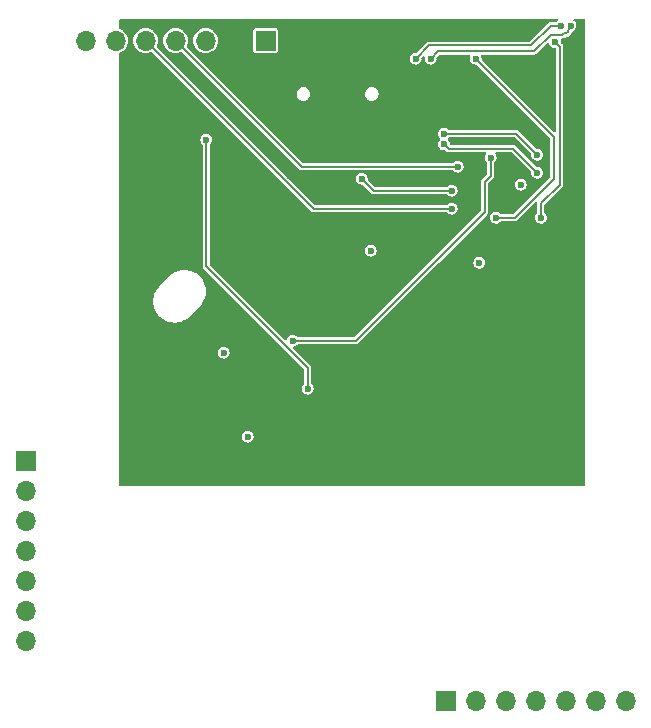
<source format=gbl>
G04 #@! TF.GenerationSoftware,KiCad,Pcbnew,(6.0.9)*
G04 #@! TF.CreationDate,2024-05-06T14:48:15+09:00*
G04 #@! TF.ProjectId,CommunicationBoard,436f6d6d-756e-4696-9361-74696f6e426f,rev?*
G04 #@! TF.SameCoordinates,PX8a48640PY5f5e100*
G04 #@! TF.FileFunction,Copper,L4,Bot*
G04 #@! TF.FilePolarity,Positive*
%FSLAX46Y46*%
G04 Gerber Fmt 4.6, Leading zero omitted, Abs format (unit mm)*
G04 Created by KiCad (PCBNEW (6.0.9)) date 2024-05-06 14:48:15*
%MOMM*%
%LPD*%
G01*
G04 APERTURE LIST*
G04 #@! TA.AperFunction,ComponentPad*
%ADD10R,1.700000X1.700000*%
G04 #@! TD*
G04 #@! TA.AperFunction,ComponentPad*
%ADD11O,1.700000X1.700000*%
G04 #@! TD*
G04 #@! TA.AperFunction,ComponentPad*
%ADD12O,1.000000X1.800000*%
G04 #@! TD*
G04 #@! TA.AperFunction,ComponentPad*
%ADD13O,1.000000X2.100000*%
G04 #@! TD*
G04 #@! TA.AperFunction,ViaPad*
%ADD14C,0.600000*%
G04 #@! TD*
G04 #@! TA.AperFunction,Conductor*
%ADD15C,0.200000*%
G04 #@! TD*
G04 APERTURE END LIST*
D10*
X-27940000Y-7620000D03*
D11*
X-27940000Y-10160000D03*
X-27940000Y-12700000D03*
X-27940000Y-15240000D03*
X-27940000Y-17780000D03*
X-27940000Y-20320000D03*
X-27940000Y-22860000D03*
D10*
X7620000Y-27940000D03*
D11*
X10160000Y-27940000D03*
X12700000Y-27940000D03*
X15240000Y-27940000D03*
X17780000Y-27940000D03*
X20320000Y-27940000D03*
X22860000Y-27940000D03*
D12*
X2796000Y27102000D03*
D13*
X-5844000Y22922000D03*
X2796000Y22922000D03*
D12*
X-5844000Y27102000D03*
D10*
X-7620000Y27940000D03*
D11*
X-10160000Y27940000D03*
X-12700000Y27940000D03*
X-15240000Y27940000D03*
X-17780000Y27940000D03*
X-20320000Y27940000D03*
X-22860000Y27940000D03*
D14*
X10795000Y19431000D03*
X19050000Y11430000D03*
X-10668000Y17653000D03*
X-19050000Y29210000D03*
X-2032000Y11176000D03*
X1270000Y-8890000D03*
X19050000Y19050000D03*
X-11430000Y-3810000D03*
X-7620000Y25400000D03*
X13970000Y-3810000D03*
X5765800Y21437600D03*
X1270000Y29210000D03*
X1905000Y14478000D03*
X3810000Y-8890000D03*
X13970000Y1270000D03*
X18000000Y24100000D03*
X11811000Y26416000D03*
X19050000Y-3810000D03*
X13850000Y24100000D03*
X16510000Y-8890000D03*
X3810000Y29210000D03*
X3810000Y1270000D03*
X11430000Y20828000D03*
X6350000Y-8890000D03*
X3810000Y-3810000D03*
X-14000000Y10000000D03*
X5080000Y6350000D03*
X-14808200Y15494000D03*
X-16000000Y14000000D03*
X-8636000Y22352000D03*
X-10414000Y15494000D03*
X254000Y26162000D03*
X-11000000Y10000000D03*
X15925000Y21800000D03*
X-19685000Y1270000D03*
X10287000Y16764000D03*
X-19685000Y-3810000D03*
X-8128000Y1778000D03*
X-254000Y11938000D03*
X508000Y19050000D03*
X19050000Y-8890000D03*
X19050000Y29210000D03*
X-14986000Y26416000D03*
X8890000Y-8890000D03*
X6350000Y25400000D03*
X13462000Y13970000D03*
X-1905000Y20701000D03*
X-1270000Y-8890000D03*
X19050000Y8890000D03*
X-19685000Y16510000D03*
X-13716000Y22860000D03*
X-12573000Y24003000D03*
X-13970000Y-1270000D03*
X-3048000Y1270000D03*
X-14732000Y19558000D03*
X4826000Y19050000D03*
X10922000Y7747000D03*
X19050000Y3810000D03*
X12446000Y17526000D03*
X19050000Y16510000D03*
X6985000Y8636000D03*
X-19685000Y8890000D03*
X-7620000Y-1270000D03*
X-6350000Y-8890000D03*
X-17272000Y26416000D03*
X8890000Y-3810000D03*
X18034000Y19050000D03*
X5207000Y8636000D03*
X-11000000Y14000000D03*
X-19685000Y-6350000D03*
X-5334000Y16764000D03*
X-16510000Y-3810000D03*
X2286000Y21082000D03*
X-8382000Y26162000D03*
X11430000Y-8890000D03*
X11252200Y10947400D03*
X13462000Y8890000D03*
X-7620000Y26162000D03*
X-16510000Y-8890000D03*
X15925000Y24100000D03*
X13462000Y12192000D03*
X19050000Y-1270000D03*
X12446000Y16002000D03*
X-7620000Y24638000D03*
X-19685000Y11430000D03*
X-3810000Y29210000D03*
X-8382000Y24638000D03*
X15925000Y26400000D03*
X-13970000Y-8890000D03*
X-3810000Y-8890000D03*
X-1524000Y8382000D03*
X4368800Y21590000D03*
X-254000Y10414000D03*
X13970000Y-8890000D03*
X-15494000Y24638000D03*
X-6000000Y6000000D03*
X19050000Y13970000D03*
X19050000Y-6350000D03*
X-19685000Y24130000D03*
X-1270000Y29210000D03*
X-9652000Y18796000D03*
X-5588000Y508000D03*
X254000Y24130000D03*
X-16510000Y1270000D03*
X8890000Y1270000D03*
X16510000Y12192000D03*
X-8128000Y1016000D03*
X-13970000Y29210000D03*
X12065000Y19431000D03*
X10922000Y23876000D03*
X2540000Y16256000D03*
X-19685000Y13970000D03*
X-17780000Y22606000D03*
X-19685000Y21590000D03*
X4064000Y25908000D03*
X-11000000Y5000000D03*
X10922000Y6350000D03*
X-17780000Y20066000D03*
X-2032000Y12954000D03*
X-3048000Y8636000D03*
X11684000Y14859000D03*
X-19685000Y-1270000D03*
X-19685000Y3810000D03*
X11938000Y28194000D03*
X-8890000Y-8890000D03*
X3556000Y9144000D03*
X19050000Y1270000D03*
X635000Y15113000D03*
X-8382000Y25400000D03*
X-11430000Y-1270000D03*
X-1016000Y1270000D03*
X-3048000Y3556000D03*
X4826000Y20066000D03*
X5588000Y16256000D03*
X-1016000Y-3810000D03*
X-11938000Y21082000D03*
X8636000Y21844000D03*
X-19685000Y-8890000D03*
X-1016000Y3556000D03*
X-2032000Y24130000D03*
X-19685000Y19050000D03*
X19050000Y6350000D03*
X2540000Y6350000D03*
X-19685000Y6350000D03*
X-6000000Y10000000D03*
X6604000Y11176000D03*
X1143000Y7747000D03*
X-6000000Y14000000D03*
X-11430000Y-8890000D03*
X-16510000Y29210000D03*
X-3048000Y-3810000D03*
X13983000Y15748000D03*
X10477000Y9144000D03*
X-11176000Y1524000D03*
X1283000Y10160000D03*
X-9144000Y-5588000D03*
X10160000Y26416000D03*
X11879000Y12954000D03*
X5080000Y26416000D03*
X17399000Y29210000D03*
X18200000Y29210000D03*
X6350000Y26416000D03*
X8636000Y17272000D03*
X8128000Y13716000D03*
X7493000Y20066000D03*
X15376000Y18288000D03*
X15376000Y16764000D03*
X7493000Y19177000D03*
X508000Y16256000D03*
X8128000Y15240000D03*
X15689000Y12954000D03*
X16900000Y27813000D03*
X-12641000Y19558000D03*
X-4064000Y-1524000D03*
X11430000Y18034000D03*
X-5334000Y2540000D03*
D15*
X11879000Y12954000D02*
X13462000Y12954000D01*
X16764000Y16256000D02*
X16764000Y19812000D01*
X16764000Y19812000D02*
X10160000Y26416000D01*
X13462000Y12954000D02*
X16764000Y16256000D01*
X16510000Y29210000D02*
X14859000Y27559000D01*
X16510000Y29210000D02*
X17399000Y29210000D01*
X14859000Y27559000D02*
X6223000Y27559000D01*
X6223000Y27559000D02*
X5080000Y26416000D01*
X16510000Y28448000D02*
X17438000Y28448000D01*
X6985000Y27051000D02*
X6350000Y26416000D01*
X16510000Y28448000D02*
X15113000Y27051000D01*
X15113000Y27051000D02*
X6985000Y27051000D01*
X18200000Y29210000D02*
G75*
G02*
X17438000Y28448000I-762000J0D01*
G01*
X-4572000Y17272000D02*
X-15240000Y27940000D01*
X8636000Y17272000D02*
X-4572000Y17272000D01*
X-3556000Y13716000D02*
X-17780000Y27940000D01*
X8128000Y13716000D02*
X-3556000Y13716000D01*
X7493000Y20066000D02*
X13598000Y20066000D01*
X13598000Y20066000D02*
X15376000Y18288000D01*
X7874000Y18796000D02*
X13344000Y18796000D01*
X7493000Y19177000D02*
X7874000Y18796000D01*
X13344000Y18796000D02*
X15376000Y16764000D01*
X8128000Y15240000D02*
X1524000Y15240000D01*
X1524000Y15240000D02*
X508000Y16256000D01*
X17272000Y15748000D02*
X17272000Y27441000D01*
X17272000Y27441000D02*
X16900000Y27813000D01*
X15689000Y12954000D02*
X15689000Y14165000D01*
X15689000Y14165000D02*
X17272000Y15748000D01*
X-4064000Y254000D02*
X-4064000Y-1524000D01*
X-12641000Y19558000D02*
X-12641000Y8831000D01*
X-12641000Y8831000D02*
X-4064000Y254000D01*
X11430000Y16510000D02*
X11430000Y18034000D01*
X-5334000Y2540000D02*
X0Y2540000D01*
X10922000Y13462000D02*
X10922000Y16002000D01*
X0Y2540000D02*
X10922000Y13462000D01*
X10922000Y16002000D02*
X11430000Y16510000D01*
G04 #@! TA.AperFunction,Conductor*
G36*
X17111040Y29780593D02*
G01*
X17147004Y29731093D01*
X17147004Y29669907D01*
X17111040Y29620407D01*
X17105677Y29616773D01*
X17071280Y29595070D01*
X17066613Y29589786D01*
X17066611Y29589784D01*
X17026147Y29543966D01*
X16973455Y29512866D01*
X16951943Y29510500D01*
X16563514Y29510500D01*
X16559385Y29510803D01*
X16554658Y29512426D01*
X16513266Y29510872D01*
X16505223Y29510570D01*
X16501509Y29510500D01*
X16482052Y29510500D01*
X16477622Y29509675D01*
X16472436Y29509339D01*
X16451925Y29508569D01*
X16451924Y29508569D01*
X16442792Y29508226D01*
X16434398Y29504620D01*
X16434395Y29504619D01*
X16432217Y29503683D01*
X16411266Y29497317D01*
X16399947Y29495209D01*
X16377269Y29481230D01*
X16364410Y29474550D01*
X16339938Y29464036D01*
X16335051Y29460023D01*
X16330685Y29455657D01*
X16312629Y29441385D01*
X16312432Y29441264D01*
X16312431Y29441263D01*
X16304652Y29436468D01*
X16299120Y29429193D01*
X16299119Y29429192D01*
X16286993Y29413245D01*
X16278193Y29403165D01*
X14763525Y27888496D01*
X14709008Y27860719D01*
X14693521Y27859500D01*
X6276508Y27859500D01*
X6272383Y27859803D01*
X6267658Y27861425D01*
X6218239Y27859570D01*
X6214526Y27859500D01*
X6195052Y27859500D01*
X6190622Y27858675D01*
X6185429Y27858339D01*
X6169398Y27857737D01*
X6164925Y27857569D01*
X6155792Y27857226D01*
X6147398Y27853620D01*
X6147395Y27853619D01*
X6145217Y27852683D01*
X6124266Y27846317D01*
X6112947Y27844209D01*
X6105164Y27839412D01*
X6105165Y27839412D01*
X6090272Y27830232D01*
X6077404Y27823548D01*
X6059358Y27815795D01*
X6059357Y27815794D01*
X6052937Y27813036D01*
X6048051Y27809022D01*
X6043687Y27804658D01*
X6025632Y27790387D01*
X6017652Y27785468D01*
X5999982Y27762231D01*
X5991190Y27752161D01*
X5184366Y26945337D01*
X5129849Y26917560D01*
X5113762Y26916343D01*
X5034505Y26916828D01*
X5018427Y26916926D01*
X5018426Y26916926D01*
X5011376Y26916969D01*
X5004599Y26915032D01*
X5004598Y26915032D01*
X4880309Y26879510D01*
X4880307Y26879509D01*
X4873529Y26877572D01*
X4752280Y26801070D01*
X4747613Y26795786D01*
X4747611Y26795784D01*
X4662044Y26698897D01*
X4662042Y26698895D01*
X4657377Y26693612D01*
X4596447Y26563837D01*
X4595362Y26556868D01*
X4595361Y26556865D01*
X4586170Y26497830D01*
X4574391Y26422177D01*
X4575306Y26415180D01*
X4575306Y26415179D01*
X4584445Y26345293D01*
X4592980Y26280021D01*
X4595821Y26273565D01*
X4595821Y26273564D01*
X4603586Y26255918D01*
X4650720Y26148797D01*
X4663792Y26133246D01*
X4738431Y26044451D01*
X4738434Y26044449D01*
X4742970Y26039052D01*
X4748841Y26035144D01*
X4748842Y26035143D01*
X4761143Y26026955D01*
X4862313Y25959610D01*
X4962920Y25928179D01*
X4992425Y25918961D01*
X4992426Y25918961D01*
X4999157Y25916858D01*
X5070828Y25915544D01*
X5135445Y25914359D01*
X5135447Y25914359D01*
X5142499Y25914230D01*
X5149302Y25916085D01*
X5149304Y25916085D01*
X5224503Y25936587D01*
X5280817Y25951940D01*
X5402991Y26026955D01*
X5410403Y26035143D01*
X5494468Y26128018D01*
X5499200Y26133246D01*
X5561710Y26262267D01*
X5565875Y26287018D01*
X5584862Y26399876D01*
X5584862Y26399880D01*
X5585496Y26403646D01*
X5585647Y26416000D01*
X5582561Y26437548D01*
X5593028Y26497830D01*
X5610557Y26521586D01*
X5691353Y26602382D01*
X5745870Y26630159D01*
X5806302Y26620588D01*
X5849567Y26577323D01*
X5859178Y26517149D01*
X5844391Y26422177D01*
X5845306Y26415180D01*
X5845306Y26415179D01*
X5854445Y26345293D01*
X5862980Y26280021D01*
X5865821Y26273565D01*
X5865821Y26273564D01*
X5873586Y26255918D01*
X5920720Y26148797D01*
X5933792Y26133246D01*
X6008431Y26044451D01*
X6008434Y26044449D01*
X6012970Y26039052D01*
X6018841Y26035144D01*
X6018842Y26035143D01*
X6031143Y26026955D01*
X6132313Y25959610D01*
X6232920Y25928179D01*
X6262425Y25918961D01*
X6262426Y25918961D01*
X6269157Y25916858D01*
X6340828Y25915544D01*
X6405445Y25914359D01*
X6405447Y25914359D01*
X6412499Y25914230D01*
X6419302Y25916085D01*
X6419304Y25916085D01*
X6494503Y25936587D01*
X6550817Y25951940D01*
X6672991Y26026955D01*
X6680403Y26035143D01*
X6764468Y26128018D01*
X6769200Y26133246D01*
X6831710Y26262267D01*
X6835875Y26287018D01*
X6854862Y26399876D01*
X6854862Y26399880D01*
X6855496Y26403646D01*
X6855647Y26416000D01*
X6852561Y26437548D01*
X6863028Y26497830D01*
X6880557Y26521586D01*
X7080475Y26721504D01*
X7134992Y26749281D01*
X7150479Y26750500D01*
X9608237Y26750500D01*
X9666428Y26731593D01*
X9702392Y26682093D01*
X9702392Y26620907D01*
X9697856Y26609436D01*
X9676447Y26563837D01*
X9675362Y26556868D01*
X9675361Y26556865D01*
X9666170Y26497830D01*
X9654391Y26422177D01*
X9655306Y26415180D01*
X9655306Y26415179D01*
X9664445Y26345293D01*
X9672980Y26280021D01*
X9675821Y26273565D01*
X9675821Y26273564D01*
X9683586Y26255918D01*
X9730720Y26148797D01*
X9743792Y26133246D01*
X9818431Y26044451D01*
X9818434Y26044449D01*
X9822970Y26039052D01*
X9828841Y26035144D01*
X9828842Y26035143D01*
X9841143Y26026955D01*
X9942313Y25959610D01*
X10042920Y25928179D01*
X10072425Y25918961D01*
X10072426Y25918961D01*
X10079157Y25916858D01*
X10152526Y25915513D01*
X10197124Y25914695D01*
X10254958Y25894724D01*
X10265313Y25885716D01*
X16434504Y19716524D01*
X16462281Y19662007D01*
X16463500Y19646520D01*
X16463500Y16421479D01*
X16444593Y16363288D01*
X16434504Y16351475D01*
X13366525Y13283496D01*
X13312008Y13255719D01*
X13296521Y13254500D01*
X12326173Y13254500D01*
X12267982Y13273407D01*
X12251174Y13288877D01*
X12216005Y13329693D01*
X12216004Y13329694D01*
X12211400Y13335037D01*
X12091095Y13413015D01*
X11953739Y13454093D01*
X11870497Y13454602D01*
X11817427Y13454926D01*
X11817426Y13454926D01*
X11810376Y13454969D01*
X11803599Y13453032D01*
X11803598Y13453032D01*
X11679309Y13417510D01*
X11679307Y13417509D01*
X11672529Y13415572D01*
X11551280Y13339070D01*
X11546613Y13333786D01*
X11546611Y13333784D01*
X11461044Y13236897D01*
X11461042Y13236895D01*
X11456377Y13231612D01*
X11395447Y13101837D01*
X11373391Y12960177D01*
X11374306Y12953180D01*
X11374306Y12953179D01*
X11375814Y12941646D01*
X11391980Y12818021D01*
X11394821Y12811565D01*
X11394821Y12811564D01*
X11442157Y12703986D01*
X11449720Y12686797D01*
X11476867Y12654502D01*
X11537431Y12582451D01*
X11537434Y12582449D01*
X11541970Y12577052D01*
X11547841Y12573144D01*
X11547842Y12573143D01*
X11560143Y12564955D01*
X11661313Y12497610D01*
X11761920Y12466179D01*
X11791425Y12456961D01*
X11791426Y12456961D01*
X11798157Y12454858D01*
X11869828Y12453544D01*
X11934445Y12452359D01*
X11934447Y12452359D01*
X11941499Y12452230D01*
X11948302Y12454085D01*
X11948304Y12454085D01*
X12023503Y12474587D01*
X12079817Y12489940D01*
X12201991Y12564955D01*
X12209403Y12573143D01*
X12252662Y12620936D01*
X12305730Y12651390D01*
X12326060Y12653500D01*
X13408492Y12653500D01*
X13412617Y12653197D01*
X13417342Y12651575D01*
X13466761Y12653430D01*
X13470474Y12653500D01*
X13489948Y12653500D01*
X13494378Y12654325D01*
X13499571Y12654661D01*
X13515602Y12655263D01*
X13520075Y12655431D01*
X13529208Y12655774D01*
X13537602Y12659380D01*
X13537605Y12659381D01*
X13539783Y12660317D01*
X13560734Y12666683D01*
X13572053Y12668791D01*
X13594729Y12682768D01*
X13607596Y12689452D01*
X13625642Y12697205D01*
X13625643Y12697206D01*
X13632063Y12699964D01*
X13636949Y12703978D01*
X13641313Y12708342D01*
X13659368Y12722613D01*
X13667348Y12727532D01*
X13685018Y12750769D01*
X13693810Y12760839D01*
X15219496Y14286525D01*
X15274013Y14314302D01*
X15334445Y14304731D01*
X15377710Y14261466D01*
X15388500Y14216521D01*
X15388500Y14211916D01*
X15385825Y14189057D01*
X15383660Y14179934D01*
X15387596Y14151013D01*
X15388500Y14137663D01*
X15388500Y13406667D01*
X15369593Y13348476D01*
X15361061Y13339263D01*
X15361280Y13339070D01*
X15271044Y13236897D01*
X15271042Y13236895D01*
X15266377Y13231612D01*
X15205447Y13101837D01*
X15183391Y12960177D01*
X15184306Y12953180D01*
X15184306Y12953179D01*
X15185814Y12941646D01*
X15201980Y12818021D01*
X15204821Y12811565D01*
X15204821Y12811564D01*
X15252157Y12703986D01*
X15259720Y12686797D01*
X15286867Y12654502D01*
X15347431Y12582451D01*
X15347434Y12582449D01*
X15351970Y12577052D01*
X15357841Y12573144D01*
X15357842Y12573143D01*
X15370143Y12564955D01*
X15471313Y12497610D01*
X15571920Y12466179D01*
X15601425Y12456961D01*
X15601426Y12456961D01*
X15608157Y12454858D01*
X15679828Y12453544D01*
X15744445Y12452359D01*
X15744447Y12452359D01*
X15751499Y12452230D01*
X15758302Y12454085D01*
X15758304Y12454085D01*
X15833503Y12474587D01*
X15889817Y12489940D01*
X16011991Y12564955D01*
X16019403Y12573143D01*
X16103468Y12666018D01*
X16108200Y12671246D01*
X16170710Y12800267D01*
X16174875Y12825018D01*
X16193862Y12937876D01*
X16193862Y12937880D01*
X16194496Y12941646D01*
X16194647Y12954000D01*
X16174323Y13095918D01*
X16152543Y13143820D01*
X16117905Y13220004D01*
X16117904Y13220005D01*
X16114984Y13226428D01*
X16034730Y13319567D01*
X16026007Y13329691D01*
X16026005Y13329693D01*
X16021400Y13335037D01*
X16021512Y13335134D01*
X15991998Y13384451D01*
X15989500Y13406551D01*
X15989500Y13999521D01*
X16008407Y14057712D01*
X16018496Y14069525D01*
X17446651Y15497680D01*
X17449780Y15500380D01*
X17454269Y15502575D01*
X17487893Y15538822D01*
X17490469Y15541498D01*
X17504248Y15555277D01*
X17506793Y15558987D01*
X17510229Y15562900D01*
X17524185Y15577945D01*
X17530401Y15584646D01*
X17534240Y15594267D01*
X17534666Y15595336D01*
X17544980Y15614652D01*
X17546321Y15616607D01*
X17546322Y15616610D01*
X17551492Y15624146D01*
X17557641Y15650059D01*
X17562014Y15663884D01*
X17569294Y15682132D01*
X17569294Y15682134D01*
X17571883Y15688622D01*
X17572500Y15694915D01*
X17572500Y15701084D01*
X17575175Y15723943D01*
X17575230Y15724173D01*
X17575230Y15724175D01*
X17577340Y15733066D01*
X17573404Y15761988D01*
X17572500Y15775337D01*
X17572500Y27387492D01*
X17572803Y27391617D01*
X17574425Y27396342D01*
X17572570Y27445762D01*
X17572500Y27449475D01*
X17572500Y27468948D01*
X17571675Y27473378D01*
X17571338Y27478583D01*
X17570569Y27499074D01*
X17570226Y27508209D01*
X17565681Y27518788D01*
X17559317Y27539737D01*
X17558884Y27542064D01*
X17558882Y27542069D01*
X17557209Y27551053D01*
X17543232Y27573729D01*
X17536548Y27586596D01*
X17528795Y27604642D01*
X17528794Y27604643D01*
X17526036Y27611063D01*
X17522022Y27615949D01*
X17517658Y27620313D01*
X17503387Y27638368D01*
X17503264Y27638567D01*
X17498468Y27646348D01*
X17475231Y27664018D01*
X17465161Y27672810D01*
X17431771Y27706200D01*
X17403994Y27760717D01*
X17404148Y27792634D01*
X17404862Y27796875D01*
X17404863Y27796881D01*
X17405496Y27800646D01*
X17405647Y27813000D01*
X17385323Y27954918D01*
X17362829Y28004391D01*
X17355956Y28065189D01*
X17386131Y28118416D01*
X17438153Y28142068D01*
X17438013Y28142866D01*
X17440261Y28143262D01*
X17440989Y28143358D01*
X17441107Y28143412D01*
X17443505Y28143835D01*
X17445445Y28143944D01*
X17448807Y28144386D01*
X17580608Y28155917D01*
X17623206Y28159644D01*
X17627381Y28160763D01*
X17627383Y28160763D01*
X17729454Y28188113D01*
X17802785Y28207762D01*
X17971280Y28286333D01*
X18123571Y28392968D01*
X18255032Y28524429D01*
X18361667Y28676720D01*
X18363493Y28680635D01*
X18363496Y28680641D01*
X18378617Y28713067D01*
X18416540Y28755594D01*
X18516978Y28817263D01*
X18522991Y28820955D01*
X18619200Y28927246D01*
X18681710Y29056267D01*
X18705496Y29197646D01*
X18705647Y29210000D01*
X18685323Y29351918D01*
X18625984Y29482428D01*
X18532400Y29591037D01*
X18491686Y29617427D01*
X18453142Y29664941D01*
X18449886Y29726039D01*
X18483165Y29777383D01*
X18545535Y29799500D01*
X19301000Y29799500D01*
X19359191Y29780593D01*
X19395155Y29731093D01*
X19400000Y29700500D01*
X19400000Y-9700500D01*
X19381093Y-9758691D01*
X19331593Y-9794655D01*
X19301000Y-9799500D01*
X-19901000Y-9799500D01*
X-19959191Y-9780593D01*
X-19995155Y-9731093D01*
X-20000000Y-9700500D01*
X-20000000Y-5581823D01*
X-9649609Y-5581823D01*
X-9648694Y-5588820D01*
X-9648694Y-5588821D01*
X-9647186Y-5600354D01*
X-9631020Y-5723979D01*
X-9628179Y-5730435D01*
X-9628179Y-5730436D01*
X-9620414Y-5748082D01*
X-9573280Y-5855203D01*
X-9560208Y-5870754D01*
X-9485569Y-5959549D01*
X-9485566Y-5959551D01*
X-9481030Y-5964948D01*
X-9475159Y-5968856D01*
X-9475158Y-5968857D01*
X-9462857Y-5977045D01*
X-9361687Y-6044390D01*
X-9261080Y-6075821D01*
X-9231575Y-6085039D01*
X-9231574Y-6085039D01*
X-9224843Y-6087142D01*
X-9153172Y-6088456D01*
X-9088555Y-6089641D01*
X-9088553Y-6089641D01*
X-9081501Y-6089770D01*
X-9074698Y-6087915D01*
X-9074696Y-6087915D01*
X-8999497Y-6067413D01*
X-8943183Y-6052060D01*
X-8821009Y-5977045D01*
X-8813597Y-5968857D01*
X-8729532Y-5875982D01*
X-8724800Y-5870754D01*
X-8662290Y-5741733D01*
X-8658125Y-5716982D01*
X-8639138Y-5604124D01*
X-8639138Y-5604120D01*
X-8638504Y-5600354D01*
X-8638353Y-5588000D01*
X-8658677Y-5446082D01*
X-8718016Y-5315572D01*
X-8811600Y-5206963D01*
X-8931905Y-5128985D01*
X-9069261Y-5087907D01*
X-9152503Y-5087398D01*
X-9205573Y-5087074D01*
X-9205574Y-5087074D01*
X-9212624Y-5087031D01*
X-9219401Y-5088968D01*
X-9219402Y-5088968D01*
X-9343691Y-5124490D01*
X-9343693Y-5124491D01*
X-9350471Y-5126428D01*
X-9471720Y-5202930D01*
X-9476387Y-5208214D01*
X-9476389Y-5208216D01*
X-9561956Y-5305103D01*
X-9561958Y-5305105D01*
X-9566623Y-5310388D01*
X-9627553Y-5440163D01*
X-9649609Y-5581823D01*
X-20000000Y-5581823D01*
X-20000000Y1530177D01*
X-11681609Y1530177D01*
X-11680694Y1523180D01*
X-11680694Y1523179D01*
X-11679186Y1511646D01*
X-11663020Y1388021D01*
X-11660179Y1381565D01*
X-11660179Y1381564D01*
X-11652414Y1363918D01*
X-11605280Y1256797D01*
X-11592208Y1241246D01*
X-11517569Y1152451D01*
X-11517566Y1152449D01*
X-11513030Y1147052D01*
X-11507159Y1143144D01*
X-11507158Y1143143D01*
X-11494857Y1134955D01*
X-11393687Y1067610D01*
X-11293080Y1036179D01*
X-11263575Y1026961D01*
X-11263574Y1026961D01*
X-11256843Y1024858D01*
X-11185172Y1023544D01*
X-11120555Y1022359D01*
X-11120553Y1022359D01*
X-11113501Y1022230D01*
X-11106698Y1024085D01*
X-11106696Y1024085D01*
X-11031497Y1044587D01*
X-10975183Y1059940D01*
X-10853009Y1134955D01*
X-10845597Y1143143D01*
X-10761532Y1236018D01*
X-10756800Y1241246D01*
X-10694290Y1370267D01*
X-10690125Y1395018D01*
X-10671138Y1507876D01*
X-10671138Y1507880D01*
X-10670504Y1511646D01*
X-10670353Y1524000D01*
X-10690677Y1665918D01*
X-10750016Y1796428D01*
X-10843600Y1905037D01*
X-10963905Y1983015D01*
X-11101261Y2024093D01*
X-11184503Y2024602D01*
X-11237573Y2024926D01*
X-11237574Y2024926D01*
X-11244624Y2024969D01*
X-11251401Y2023032D01*
X-11251402Y2023032D01*
X-11375691Y1987510D01*
X-11375693Y1987509D01*
X-11382471Y1985572D01*
X-11503720Y1909070D01*
X-11508387Y1903786D01*
X-11508389Y1903784D01*
X-11593956Y1806897D01*
X-11593958Y1806895D01*
X-11598623Y1801612D01*
X-11659553Y1671837D01*
X-11681609Y1530177D01*
X-20000000Y1530177D01*
X-20000000Y5954668D01*
X-17132102Y5954668D01*
X-17131990Y5950999D01*
X-17131990Y5950996D01*
X-17129565Y5871622D01*
X-17123911Y5686586D01*
X-17076185Y5422658D01*
X-17075008Y5419190D01*
X-17075006Y5419183D01*
X-16991155Y5172165D01*
X-16989973Y5168684D01*
X-16867167Y4930243D01*
X-16710468Y4712574D01*
X-16523315Y4520456D01*
X-16309821Y4358111D01*
X-16074677Y4229106D01*
X-16071238Y4227837D01*
X-16071233Y4227835D01*
X-15826495Y4137547D01*
X-15823047Y4136275D01*
X-15560459Y4081658D01*
X-15556799Y4081450D01*
X-15556798Y4081450D01*
X-15296347Y4066659D01*
X-15296345Y4066659D01*
X-15292682Y4066451D01*
X-15209671Y4074079D01*
X-15029253Y4090657D01*
X-15029249Y4090658D01*
X-15025600Y4090993D01*
X-15022040Y4091864D01*
X-15022035Y4091865D01*
X-14768642Y4153870D01*
X-14768640Y4153871D01*
X-14765079Y4154742D01*
X-14516842Y4256298D01*
X-14286343Y4393431D01*
X-14112964Y4535088D01*
X-13151613Y5496438D01*
X-13021108Y5647896D01*
X-13019155Y5650991D01*
X-13019150Y5650998D01*
X-12879948Y5871622D01*
X-12879947Y5871623D01*
X-12877989Y5874727D01*
X-12769969Y6120221D01*
X-12769004Y6123759D01*
X-12769002Y6123766D01*
X-12700389Y6375440D01*
X-12700389Y6375442D01*
X-12699423Y6378984D01*
X-12687912Y6476233D01*
X-12668330Y6641684D01*
X-12667898Y6645332D01*
X-12670340Y6725273D01*
X-12675977Y6909737D01*
X-12676089Y6913414D01*
X-12683588Y6954884D01*
X-12723160Y7173727D01*
X-12723161Y7173731D01*
X-12723814Y7177342D01*
X-12810027Y7431316D01*
X-12932832Y7669757D01*
X-13089532Y7887427D01*
X-13276685Y8079545D01*
X-13490179Y8241889D01*
X-13725323Y8370894D01*
X-13728762Y8372163D01*
X-13728767Y8372165D01*
X-13973505Y8462453D01*
X-13976953Y8463725D01*
X-14239541Y8518343D01*
X-14243201Y8518551D01*
X-14243202Y8518551D01*
X-14503652Y8533341D01*
X-14503654Y8533341D01*
X-14507317Y8533549D01*
X-14590328Y8525921D01*
X-14770746Y8509343D01*
X-14770750Y8509342D01*
X-14774399Y8509007D01*
X-14777960Y8508136D01*
X-14777964Y8508135D01*
X-15031358Y8446130D01*
X-15031360Y8446129D01*
X-15034921Y8445258D01*
X-15283158Y8343702D01*
X-15513657Y8206569D01*
X-15687036Y8064912D01*
X-16648387Y7103562D01*
X-16778892Y6952104D01*
X-16780845Y6949009D01*
X-16780850Y6949002D01*
X-16920052Y6728378D01*
X-16922011Y6725273D01*
X-17030030Y6479779D01*
X-17100577Y6221016D01*
X-17132102Y5954668D01*
X-20000000Y5954668D01*
X-20000000Y19564177D01*
X-13146609Y19564177D01*
X-13145694Y19557180D01*
X-13145694Y19557179D01*
X-13144186Y19545646D01*
X-13128020Y19422021D01*
X-13125179Y19415565D01*
X-13125179Y19415564D01*
X-13085479Y19325340D01*
X-13070280Y19290797D01*
X-13052813Y19270018D01*
X-12985678Y19190151D01*
X-12978030Y19181052D01*
X-12974001Y19178370D01*
X-12943735Y19126364D01*
X-12941500Y19105446D01*
X-12941500Y8884508D01*
X-12941803Y8880383D01*
X-12943425Y8875658D01*
X-12943082Y8866524D01*
X-12941570Y8826239D01*
X-12941500Y8822526D01*
X-12941500Y8803052D01*
X-12940675Y8798622D01*
X-12940339Y8793429D01*
X-12939226Y8763792D01*
X-12935620Y8755398D01*
X-12935619Y8755395D01*
X-12934683Y8753217D01*
X-12928317Y8732266D01*
X-12926209Y8720947D01*
X-12921412Y8713165D01*
X-12912232Y8698272D01*
X-12905549Y8685405D01*
X-12895036Y8660937D01*
X-12891022Y8656051D01*
X-12886658Y8651687D01*
X-12872387Y8633632D01*
X-12867468Y8625652D01*
X-12844231Y8607982D01*
X-12834161Y8599190D01*
X-4393496Y158525D01*
X-4365719Y104008D01*
X-4364500Y88521D01*
X-4364500Y-1071333D01*
X-4383407Y-1129524D01*
X-4391939Y-1138737D01*
X-4391720Y-1138930D01*
X-4481956Y-1241103D01*
X-4481958Y-1241105D01*
X-4486623Y-1246388D01*
X-4547553Y-1376163D01*
X-4569609Y-1517823D01*
X-4568694Y-1524820D01*
X-4568694Y-1524821D01*
X-4567186Y-1536354D01*
X-4551020Y-1659979D01*
X-4548179Y-1666435D01*
X-4548179Y-1666436D01*
X-4540414Y-1684082D01*
X-4493280Y-1791203D01*
X-4480208Y-1806754D01*
X-4405569Y-1895549D01*
X-4405566Y-1895551D01*
X-4401030Y-1900948D01*
X-4395159Y-1904856D01*
X-4395158Y-1904857D01*
X-4382857Y-1913045D01*
X-4281687Y-1980390D01*
X-4181080Y-2011821D01*
X-4151575Y-2021039D01*
X-4151574Y-2021039D01*
X-4144843Y-2023142D01*
X-4073172Y-2024456D01*
X-4008555Y-2025641D01*
X-4008553Y-2025641D01*
X-4001501Y-2025770D01*
X-3994698Y-2023915D01*
X-3994696Y-2023915D01*
X-3919497Y-2003413D01*
X-3863183Y-1988060D01*
X-3741009Y-1913045D01*
X-3733597Y-1904857D01*
X-3649532Y-1811982D01*
X-3644800Y-1806754D01*
X-3582290Y-1677733D01*
X-3578125Y-1652982D01*
X-3559138Y-1540124D01*
X-3559138Y-1540120D01*
X-3558504Y-1536354D01*
X-3558353Y-1524000D01*
X-3578677Y-1382082D01*
X-3638016Y-1251572D01*
X-3684808Y-1197268D01*
X-3726993Y-1148309D01*
X-3726995Y-1148307D01*
X-3731600Y-1142963D01*
X-3731488Y-1142866D01*
X-3761002Y-1093549D01*
X-3763500Y-1071449D01*
X-3763500Y200487D01*
X-3763197Y204616D01*
X-3761574Y209342D01*
X-3763430Y258777D01*
X-3763500Y262491D01*
X-3763500Y281948D01*
X-3764325Y286378D01*
X-3764661Y291564D01*
X-3765431Y312075D01*
X-3765431Y312076D01*
X-3765774Y321208D01*
X-3769380Y329602D01*
X-3769381Y329605D01*
X-3770317Y331783D01*
X-3776683Y352734D01*
X-3778791Y364053D01*
X-3792768Y386729D01*
X-3799452Y399596D01*
X-3807207Y417647D01*
X-3807208Y417649D01*
X-3809964Y424063D01*
X-3813977Y428949D01*
X-3818343Y433315D01*
X-3832615Y451371D01*
X-3832736Y451568D01*
X-3832737Y451569D01*
X-3837532Y459348D01*
X-3860756Y477008D01*
X-3870835Y485807D01*
X-5270106Y1885078D01*
X-5297883Y1939595D01*
X-5288312Y2000027D01*
X-5245047Y2043292D01*
X-5226143Y2050596D01*
X-5139983Y2074086D01*
X-5139982Y2074086D01*
X-5133183Y2075940D01*
X-5011009Y2150955D01*
X-4960338Y2206936D01*
X-4907270Y2237390D01*
X-4886940Y2239500D01*
X-53508Y2239500D01*
X-49383Y2239197D01*
X-44658Y2237575D01*
X4761Y2239430D01*
X8474Y2239500D01*
X27948Y2239500D01*
X32378Y2240325D01*
X37571Y2240661D01*
X53602Y2241263D01*
X58075Y2241431D01*
X67208Y2241774D01*
X75602Y2245380D01*
X75605Y2245381D01*
X77783Y2246317D01*
X98734Y2252683D01*
X110053Y2254791D01*
X132729Y2268768D01*
X145596Y2275452D01*
X163642Y2283205D01*
X163643Y2283206D01*
X170063Y2285964D01*
X174949Y2289978D01*
X179313Y2294342D01*
X197368Y2308613D01*
X205348Y2313532D01*
X223018Y2336769D01*
X231810Y2346839D01*
X7035148Y9150177D01*
X9971391Y9150177D01*
X9972306Y9143180D01*
X9972306Y9143179D01*
X9973814Y9131646D01*
X9989980Y9008021D01*
X9992821Y9001565D01*
X9992821Y9001564D01*
X10013103Y8955471D01*
X10047720Y8876797D01*
X10060792Y8861246D01*
X10135431Y8772451D01*
X10135434Y8772449D01*
X10139970Y8767052D01*
X10145841Y8763144D01*
X10145842Y8763143D01*
X10157482Y8755395D01*
X10259313Y8687610D01*
X10344690Y8660937D01*
X10389425Y8646961D01*
X10389426Y8646961D01*
X10396157Y8644858D01*
X10467828Y8643544D01*
X10532445Y8642359D01*
X10532447Y8642359D01*
X10539499Y8642230D01*
X10546302Y8644085D01*
X10546304Y8644085D01*
X10631667Y8667358D01*
X10677817Y8679940D01*
X10799991Y8754955D01*
X10807403Y8763143D01*
X10891468Y8856018D01*
X10896200Y8861246D01*
X10958710Y8990267D01*
X10962875Y9015018D01*
X10981862Y9127876D01*
X10981862Y9127880D01*
X10982496Y9131646D01*
X10982647Y9144000D01*
X10962323Y9285918D01*
X10902984Y9416428D01*
X10809400Y9525037D01*
X10689095Y9603015D01*
X10551739Y9644093D01*
X10468497Y9644602D01*
X10415427Y9644926D01*
X10415426Y9644926D01*
X10408376Y9644969D01*
X10401599Y9643032D01*
X10401598Y9643032D01*
X10277309Y9607510D01*
X10277307Y9607509D01*
X10270529Y9605572D01*
X10149280Y9529070D01*
X10144613Y9523786D01*
X10144611Y9523784D01*
X10059044Y9426897D01*
X10059042Y9426895D01*
X10054377Y9421612D01*
X9993447Y9291837D01*
X9971391Y9150177D01*
X7035148Y9150177D01*
X11096651Y13211680D01*
X11099780Y13214380D01*
X11104269Y13216575D01*
X11137893Y13252822D01*
X11140469Y13255498D01*
X11154248Y13269277D01*
X11156793Y13272987D01*
X11160229Y13276900D01*
X11174187Y13291947D01*
X11180401Y13298646D01*
X11183788Y13307134D01*
X11184667Y13309337D01*
X11194978Y13328648D01*
X11196322Y13330607D01*
X11196323Y13330610D01*
X11201493Y13338146D01*
X11203945Y13348476D01*
X11207644Y13364066D01*
X11212014Y13377885D01*
X11221883Y13402622D01*
X11222500Y13408915D01*
X11222500Y13415085D01*
X11225175Y13437944D01*
X11225230Y13438174D01*
X11227340Y13447066D01*
X11223404Y13475988D01*
X11222500Y13489337D01*
X11222500Y15754177D01*
X13477391Y15754177D01*
X13478306Y15747180D01*
X13478306Y15747179D01*
X13485963Y15688622D01*
X13495980Y15612021D01*
X13498819Y15605570D01*
X13498821Y15605564D01*
X13542629Y15506004D01*
X13553720Y15480797D01*
X13566792Y15465246D01*
X13641431Y15376451D01*
X13641434Y15376449D01*
X13645970Y15371052D01*
X13651841Y15367144D01*
X13651842Y15367143D01*
X13664143Y15358955D01*
X13765313Y15291610D01*
X13865920Y15260179D01*
X13895425Y15250961D01*
X13895426Y15250961D01*
X13902157Y15248858D01*
X13973828Y15247544D01*
X14038445Y15246359D01*
X14038447Y15246359D01*
X14045499Y15246230D01*
X14052302Y15248085D01*
X14052304Y15248085D01*
X14127503Y15268587D01*
X14183817Y15283940D01*
X14305991Y15358955D01*
X14313403Y15367143D01*
X14397468Y15460018D01*
X14402200Y15465246D01*
X14464710Y15594267D01*
X14468875Y15619018D01*
X14487862Y15731876D01*
X14487862Y15731880D01*
X14488496Y15735646D01*
X14488551Y15740093D01*
X14488600Y15744174D01*
X14488647Y15748000D01*
X14468323Y15889918D01*
X14426743Y15981370D01*
X14411905Y16014004D01*
X14411904Y16014005D01*
X14408984Y16020428D01*
X14340470Y16099942D01*
X14320005Y16123693D01*
X14320004Y16123694D01*
X14315400Y16129037D01*
X14195095Y16207015D01*
X14057739Y16248093D01*
X13974497Y16248602D01*
X13921427Y16248926D01*
X13921426Y16248926D01*
X13914376Y16248969D01*
X13907599Y16247032D01*
X13907598Y16247032D01*
X13783309Y16211510D01*
X13783307Y16211509D01*
X13776529Y16209572D01*
X13655280Y16133070D01*
X13650613Y16127786D01*
X13650611Y16127784D01*
X13565044Y16030897D01*
X13565042Y16030895D01*
X13560377Y16025612D01*
X13557381Y16019230D01*
X13557380Y16019229D01*
X13554927Y16014004D01*
X13499447Y15895837D01*
X13498362Y15888868D01*
X13498361Y15888865D01*
X13485073Y15803518D01*
X13477391Y15754177D01*
X11222500Y15754177D01*
X11222500Y15836521D01*
X11241407Y15894712D01*
X11251496Y15906525D01*
X11604651Y16259680D01*
X11607780Y16262380D01*
X11612269Y16264575D01*
X11645893Y16300822D01*
X11648469Y16303498D01*
X11662247Y16317276D01*
X11664792Y16320987D01*
X11668220Y16324892D01*
X11688401Y16346646D01*
X11692666Y16357336D01*
X11702980Y16376652D01*
X11704321Y16378607D01*
X11704322Y16378610D01*
X11709492Y16386146D01*
X11715641Y16412059D01*
X11720014Y16425884D01*
X11727294Y16444132D01*
X11727294Y16444134D01*
X11729883Y16450622D01*
X11730500Y16456915D01*
X11730500Y16463084D01*
X11733175Y16485943D01*
X11733230Y16486173D01*
X11733230Y16486175D01*
X11735340Y16495066D01*
X11731404Y16523988D01*
X11730500Y16537337D01*
X11730500Y17581956D01*
X11749407Y17640147D01*
X11756102Y17648392D01*
X11844468Y17746018D01*
X11849200Y17751246D01*
X11911710Y17880267D01*
X11915735Y17904186D01*
X11934862Y18017876D01*
X11934862Y18017880D01*
X11935496Y18021646D01*
X11935647Y18034000D01*
X11915323Y18175918D01*
X11869980Y18275646D01*
X11858905Y18300004D01*
X11858904Y18300005D01*
X11855984Y18306428D01*
X11840984Y18323836D01*
X11834056Y18331877D01*
X11810395Y18388303D01*
X11824419Y18447859D01*
X11870771Y18487798D01*
X11909055Y18495500D01*
X13178521Y18495500D01*
X13236712Y18476593D01*
X13248525Y18466504D01*
X14844869Y16870160D01*
X14872646Y16815643D01*
X14872687Y16784928D01*
X14871476Y16777149D01*
X14870391Y16770177D01*
X14888980Y16628021D01*
X14891821Y16621565D01*
X14891821Y16621564D01*
X14935629Y16522004D01*
X14946720Y16496797D01*
X14955844Y16485943D01*
X15034431Y16392451D01*
X15034434Y16392449D01*
X15038970Y16387052D01*
X15044841Y16383144D01*
X15044842Y16383143D01*
X15057143Y16374955D01*
X15158313Y16307610D01*
X15258920Y16276179D01*
X15288425Y16266961D01*
X15288426Y16266961D01*
X15295157Y16264858D01*
X15366828Y16263544D01*
X15431445Y16262359D01*
X15431447Y16262359D01*
X15438499Y16262230D01*
X15445302Y16264085D01*
X15445304Y16264085D01*
X15520503Y16284587D01*
X15576817Y16299940D01*
X15698991Y16374955D01*
X15706403Y16383143D01*
X15790468Y16476018D01*
X15795200Y16481246D01*
X15857710Y16610267D01*
X15858892Y16617288D01*
X15880862Y16747876D01*
X15880862Y16747880D01*
X15881496Y16751646D01*
X15881551Y16756093D01*
X15881600Y16760174D01*
X15881647Y16764000D01*
X15861323Y16905918D01*
X15823436Y16989246D01*
X15804905Y17030004D01*
X15804904Y17030005D01*
X15801984Y17036428D01*
X15708400Y17145037D01*
X15588095Y17223015D01*
X15450739Y17264093D01*
X15379032Y17264531D01*
X15340610Y17264766D01*
X15282536Y17284028D01*
X15271211Y17293760D01*
X13594320Y18970651D01*
X13591620Y18973780D01*
X13589425Y18978269D01*
X13553178Y19011893D01*
X13550502Y19014469D01*
X13536723Y19028248D01*
X13533013Y19030793D01*
X13529100Y19034229D01*
X13514055Y19048185D01*
X13507354Y19054401D01*
X13496664Y19058666D01*
X13477348Y19068980D01*
X13475393Y19070321D01*
X13475390Y19070322D01*
X13467854Y19075492D01*
X13441941Y19081641D01*
X13428116Y19086014D01*
X13409868Y19093294D01*
X13409866Y19093294D01*
X13403378Y19095883D01*
X13397085Y19096500D01*
X13390916Y19096500D01*
X13368057Y19099175D01*
X13367827Y19099230D01*
X13367825Y19099230D01*
X13358934Y19101340D01*
X13330013Y19097404D01*
X13316663Y19096500D01*
X8096008Y19096500D01*
X8037817Y19115407D01*
X8001853Y19164907D01*
X7998008Y19181465D01*
X7979323Y19311934D01*
X7978323Y19318918D01*
X7918984Y19449428D01*
X7825400Y19558037D01*
X7828264Y19560505D01*
X7804410Y19598394D01*
X7808470Y19659444D01*
X7826989Y19689106D01*
X7835823Y19698865D01*
X7866662Y19732936D01*
X7919730Y19763390D01*
X7940060Y19765500D01*
X13432521Y19765500D01*
X13490712Y19746593D01*
X13502525Y19736504D01*
X14844869Y18394160D01*
X14872646Y18339643D01*
X14872687Y18308928D01*
X14871476Y18301149D01*
X14870391Y18294177D01*
X14888980Y18152021D01*
X14891821Y18145565D01*
X14891821Y18145564D01*
X14940911Y18034000D01*
X14946720Y18020797D01*
X14959792Y18005246D01*
X15034431Y17916451D01*
X15034434Y17916449D01*
X15038970Y17911052D01*
X15044841Y17907144D01*
X15044842Y17907143D01*
X15057143Y17898955D01*
X15158313Y17831610D01*
X15258920Y17800179D01*
X15288425Y17790961D01*
X15288426Y17790961D01*
X15295157Y17788858D01*
X15366828Y17787544D01*
X15431445Y17786359D01*
X15431447Y17786359D01*
X15438499Y17786230D01*
X15445302Y17788085D01*
X15445304Y17788085D01*
X15520503Y17808587D01*
X15576817Y17823940D01*
X15698991Y17898955D01*
X15706403Y17907143D01*
X15790468Y18000018D01*
X15795200Y18005246D01*
X15857710Y18134267D01*
X15861875Y18159018D01*
X15880862Y18271876D01*
X15880862Y18271880D01*
X15881496Y18275646D01*
X15881647Y18288000D01*
X15861323Y18429918D01*
X15824749Y18510359D01*
X15804905Y18554004D01*
X15804904Y18554005D01*
X15801984Y18560428D01*
X15708400Y18669037D01*
X15588095Y18747015D01*
X15450739Y18788093D01*
X15381020Y18788519D01*
X15340611Y18788766D01*
X15282537Y18808028D01*
X15271212Y18817760D01*
X13848320Y20240651D01*
X13845620Y20243780D01*
X13843425Y20248269D01*
X13807178Y20281893D01*
X13804502Y20284469D01*
X13790723Y20298248D01*
X13787013Y20300793D01*
X13783100Y20304229D01*
X13768055Y20318185D01*
X13761354Y20324401D01*
X13750664Y20328666D01*
X13731348Y20338980D01*
X13729393Y20340321D01*
X13729390Y20340322D01*
X13721854Y20345492D01*
X13695941Y20351641D01*
X13682116Y20356014D01*
X13663868Y20363294D01*
X13663866Y20363294D01*
X13657378Y20365883D01*
X13651085Y20366500D01*
X13644916Y20366500D01*
X13622057Y20369175D01*
X13621827Y20369230D01*
X13621825Y20369230D01*
X13612934Y20371340D01*
X13584013Y20367404D01*
X13570663Y20366500D01*
X7940173Y20366500D01*
X7881982Y20385407D01*
X7865174Y20400877D01*
X7830005Y20441693D01*
X7830004Y20441694D01*
X7825400Y20447037D01*
X7705095Y20525015D01*
X7567739Y20566093D01*
X7484497Y20566602D01*
X7431427Y20566926D01*
X7431426Y20566926D01*
X7424376Y20566969D01*
X7417599Y20565032D01*
X7417598Y20565032D01*
X7293309Y20529510D01*
X7293307Y20529509D01*
X7286529Y20527572D01*
X7165280Y20451070D01*
X7160613Y20445786D01*
X7160611Y20445784D01*
X7075044Y20348897D01*
X7075042Y20348895D01*
X7070377Y20343612D01*
X7067381Y20337230D01*
X7067380Y20337229D01*
X7061357Y20324401D01*
X7009447Y20213837D01*
X6987391Y20072177D01*
X6988306Y20065180D01*
X6988306Y20065179D01*
X6994016Y20021510D01*
X7005980Y19930021D01*
X7008821Y19923565D01*
X7008821Y19923564D01*
X7052629Y19824004D01*
X7063720Y19798797D01*
X7136492Y19712224D01*
X7155970Y19689052D01*
X7154941Y19688187D01*
X7181924Y19641820D01*
X7175738Y19580948D01*
X7159364Y19555371D01*
X7150775Y19545646D01*
X7075044Y19459897D01*
X7075042Y19459895D01*
X7070377Y19454612D01*
X7009447Y19324837D01*
X7008362Y19317868D01*
X7008361Y19317865D01*
X7001726Y19275246D01*
X6987391Y19183177D01*
X6988306Y19176180D01*
X6988306Y19176179D01*
X7000096Y19086014D01*
X7005980Y19041021D01*
X7008821Y19034565D01*
X7008821Y19034564D01*
X7036944Y18970651D01*
X7063720Y18909797D01*
X7109845Y18854925D01*
X7151431Y18805451D01*
X7151434Y18805449D01*
X7155970Y18800052D01*
X7161841Y18796144D01*
X7161842Y18796143D01*
X7175082Y18787330D01*
X7275313Y18720610D01*
X7375920Y18689179D01*
X7405425Y18679961D01*
X7405426Y18679961D01*
X7412157Y18677858D01*
X7483371Y18676552D01*
X7530123Y18675695D01*
X7587957Y18655724D01*
X7598312Y18646716D01*
X7623684Y18621344D01*
X7626381Y18618219D01*
X7628575Y18613731D01*
X7635277Y18607514D01*
X7664809Y18580119D01*
X7667485Y18577543D01*
X7681276Y18563752D01*
X7684987Y18561207D01*
X7688906Y18557766D01*
X7692962Y18554004D01*
X7710646Y18537599D01*
X7719134Y18534213D01*
X7719137Y18534211D01*
X7721338Y18533333D01*
X7740654Y18523019D01*
X7742609Y18521678D01*
X7742611Y18521677D01*
X7750146Y18516508D01*
X7759034Y18514399D01*
X7759036Y18514398D01*
X7776058Y18510359D01*
X7789884Y18505986D01*
X7808132Y18498706D01*
X7808134Y18498706D01*
X7814622Y18496117D01*
X7820915Y18495500D01*
X7827084Y18495500D01*
X7849943Y18492825D01*
X7850173Y18492770D01*
X7850175Y18492770D01*
X7859066Y18490660D01*
X7887988Y18494596D01*
X7901337Y18495500D01*
X10950266Y18495500D01*
X11008457Y18476593D01*
X11044421Y18427093D01*
X11044421Y18365907D01*
X11024472Y18330969D01*
X11007377Y18311612D01*
X11004381Y18305230D01*
X11004380Y18305229D01*
X10994495Y18284174D01*
X10946447Y18181837D01*
X10945362Y18174868D01*
X10945361Y18174865D01*
X10938052Y18127918D01*
X10924391Y18040177D01*
X10925306Y18033180D01*
X10925306Y18033179D01*
X10926814Y18021646D01*
X10942980Y17898021D01*
X10945821Y17891565D01*
X10945821Y17891564D01*
X10992113Y17786359D01*
X11000720Y17766797D01*
X11092970Y17657052D01*
X11096999Y17654370D01*
X11127265Y17602364D01*
X11129500Y17581446D01*
X11129500Y16675479D01*
X11110593Y16617288D01*
X11100504Y16605475D01*
X10747349Y16252320D01*
X10744220Y16249620D01*
X10739731Y16247425D01*
X10733513Y16240722D01*
X10706107Y16211178D01*
X10703531Y16208502D01*
X10689752Y16194723D01*
X10687207Y16191013D01*
X10683771Y16187100D01*
X10663599Y16165354D01*
X10660212Y16156866D01*
X10660212Y16156865D01*
X10659334Y16154664D01*
X10649020Y16135348D01*
X10647679Y16133393D01*
X10647678Y16133390D01*
X10642508Y16125854D01*
X10640398Y16116962D01*
X10636359Y16099942D01*
X10631986Y16086116D01*
X10624706Y16067868D01*
X10622117Y16061378D01*
X10621500Y16055085D01*
X10621500Y16048916D01*
X10618825Y16026057D01*
X10616660Y16016934D01*
X10619611Y15995253D01*
X10620596Y15988013D01*
X10621500Y15974663D01*
X10621500Y13627479D01*
X10602593Y13569288D01*
X10592504Y13557475D01*
X-95475Y2869496D01*
X-149992Y2841719D01*
X-165479Y2840500D01*
X-4886827Y2840500D01*
X-4945018Y2859407D01*
X-4961826Y2874877D01*
X-4996995Y2915693D01*
X-4996996Y2915694D01*
X-5001600Y2921037D01*
X-5121905Y2999015D01*
X-5259261Y3040093D01*
X-5342503Y3040602D01*
X-5395573Y3040926D01*
X-5395574Y3040926D01*
X-5402624Y3040969D01*
X-5409401Y3039032D01*
X-5409402Y3039032D01*
X-5533691Y3003510D01*
X-5533693Y3003509D01*
X-5540471Y3001572D01*
X-5661720Y2925070D01*
X-5666387Y2919786D01*
X-5666389Y2919784D01*
X-5751956Y2822897D01*
X-5751958Y2822895D01*
X-5756623Y2817612D01*
X-5817553Y2687837D01*
X-5821961Y2659528D01*
X-5849593Y2604941D01*
X-5904037Y2577020D01*
X-5964494Y2586432D01*
X-5989785Y2604756D01*
X-12311504Y8926475D01*
X-12339281Y8980992D01*
X-12340500Y8996479D01*
X-12340500Y10166177D01*
X777391Y10166177D01*
X778306Y10159180D01*
X778306Y10159179D01*
X779814Y10147646D01*
X795980Y10024021D01*
X798821Y10017565D01*
X798821Y10017564D01*
X806586Y9999918D01*
X853720Y9892797D01*
X866792Y9877246D01*
X941431Y9788451D01*
X941434Y9788449D01*
X945970Y9783052D01*
X951841Y9779144D01*
X951842Y9779143D01*
X964143Y9770955D01*
X1065313Y9703610D01*
X1165920Y9672179D01*
X1195425Y9662961D01*
X1195426Y9662961D01*
X1202157Y9660858D01*
X1273828Y9659544D01*
X1338445Y9658359D01*
X1338447Y9658359D01*
X1345499Y9658230D01*
X1352302Y9660085D01*
X1352304Y9660085D01*
X1427503Y9680587D01*
X1483817Y9695940D01*
X1605991Y9770955D01*
X1613403Y9779143D01*
X1697468Y9872018D01*
X1702200Y9877246D01*
X1764710Y10006267D01*
X1768875Y10031018D01*
X1787862Y10143876D01*
X1787862Y10143880D01*
X1788496Y10147646D01*
X1788647Y10160000D01*
X1768323Y10301918D01*
X1708984Y10432428D01*
X1615400Y10541037D01*
X1495095Y10619015D01*
X1357739Y10660093D01*
X1274497Y10660602D01*
X1221427Y10660926D01*
X1221426Y10660926D01*
X1214376Y10660969D01*
X1207599Y10659032D01*
X1207598Y10659032D01*
X1083309Y10623510D01*
X1083307Y10623509D01*
X1076529Y10621572D01*
X955280Y10545070D01*
X950613Y10539786D01*
X950611Y10539784D01*
X865044Y10442897D01*
X865042Y10442895D01*
X860377Y10437612D01*
X799447Y10307837D01*
X777391Y10166177D01*
X-12340500Y10166177D01*
X-12340500Y19105956D01*
X-12321593Y19164147D01*
X-12314898Y19172392D01*
X-12226532Y19270018D01*
X-12221800Y19275246D01*
X-12159290Y19404267D01*
X-12155125Y19429018D01*
X-12136138Y19541876D01*
X-12136138Y19541880D01*
X-12135504Y19545646D01*
X-12135353Y19558000D01*
X-12155677Y19699918D01*
X-12185495Y19765500D01*
X-12212095Y19824004D01*
X-12212096Y19824005D01*
X-12215016Y19830428D01*
X-12275418Y19900528D01*
X-12303995Y19933693D01*
X-12303996Y19933694D01*
X-12308600Y19939037D01*
X-12428905Y20017015D01*
X-12566261Y20058093D01*
X-12649503Y20058602D01*
X-12702573Y20058926D01*
X-12702574Y20058926D01*
X-12709624Y20058969D01*
X-12716401Y20057032D01*
X-12716402Y20057032D01*
X-12840691Y20021510D01*
X-12840693Y20021509D01*
X-12847471Y20019572D01*
X-12968720Y19943070D01*
X-12973387Y19937786D01*
X-12973389Y19937784D01*
X-13058956Y19840897D01*
X-13058958Y19840895D01*
X-13063623Y19835612D01*
X-13124553Y19705837D01*
X-13125638Y19698868D01*
X-13125639Y19698865D01*
X-13134520Y19641820D01*
X-13146609Y19564177D01*
X-20000000Y19564177D01*
X-20000000Y26864634D01*
X-19981093Y26922825D01*
X-19938254Y26955813D01*
X-19938275Y26955855D01*
X-19820380Y27015408D01*
X-19758711Y27046559D01*
X-19758709Y27046560D01*
X-19754390Y27048742D01*
X-19702227Y27089496D01*
X-19595865Y27172594D01*
X-19595861Y27172598D01*
X-19592049Y27175576D01*
X-19457436Y27331528D01*
X-19455043Y27335740D01*
X-19358066Y27506450D01*
X-19358065Y27506453D01*
X-19355677Y27510656D01*
X-19352971Y27518788D01*
X-19292176Y27701546D01*
X-19292176Y27701548D01*
X-19290649Y27706137D01*
X-19287628Y27730046D01*
X-19265177Y27907772D01*
X-19264829Y27910526D01*
X-19264417Y27940000D01*
X-19265862Y27954738D01*
X-18835480Y27954738D01*
X-18834474Y27942756D01*
X-18819187Y27760717D01*
X-18818241Y27749447D01*
X-18816908Y27744799D01*
X-18816908Y27744798D01*
X-18763583Y27558833D01*
X-18761456Y27551414D01*
X-18667288Y27368182D01*
X-18539323Y27206730D01*
X-18535643Y27203598D01*
X-18535641Y27203596D01*
X-18447881Y27128907D01*
X-18382436Y27073209D01*
X-18378213Y27070849D01*
X-18378209Y27070846D01*
X-18272502Y27011769D01*
X-18202602Y26972703D01*
X-18198004Y26971209D01*
X-18011276Y26910537D01*
X-18011274Y26910536D01*
X-18006671Y26909041D01*
X-17802106Y26884649D01*
X-17797284Y26885020D01*
X-17797281Y26885020D01*
X-17726741Y26890448D01*
X-17596700Y26900454D01*
X-17398275Y26955855D01*
X-17393958Y26958036D01*
X-17393952Y26958038D01*
X-17344345Y26983096D01*
X-17283880Y26992456D01*
X-17229705Y26964734D01*
X-3806320Y13541349D01*
X-3803620Y13538220D01*
X-3801425Y13533731D01*
X-3794722Y13527513D01*
X-3765178Y13500107D01*
X-3762502Y13497531D01*
X-3748723Y13483752D01*
X-3745013Y13481207D01*
X-3741100Y13477771D01*
X-3719354Y13457599D01*
X-3710868Y13454213D01*
X-3710866Y13454212D01*
X-3708663Y13453333D01*
X-3689352Y13443022D01*
X-3687393Y13441678D01*
X-3687390Y13441677D01*
X-3679854Y13436507D01*
X-3670962Y13434397D01*
X-3670960Y13434396D01*
X-3653934Y13430356D01*
X-3640115Y13425986D01*
X-3615378Y13416117D01*
X-3609085Y13415500D01*
X-3602915Y13415500D01*
X-3580059Y13412825D01*
X-3570934Y13410660D01*
X-3542012Y13414596D01*
X-3528663Y13415500D01*
X7680597Y13415500D01*
X7738788Y13396593D01*
X7756380Y13380202D01*
X7786431Y13344451D01*
X7786434Y13344449D01*
X7790970Y13339052D01*
X7796841Y13335144D01*
X7796842Y13335143D01*
X7809143Y13326955D01*
X7910313Y13259610D01*
X7983015Y13236897D01*
X8040425Y13218961D01*
X8040426Y13218961D01*
X8047157Y13216858D01*
X8118828Y13215544D01*
X8183445Y13214359D01*
X8183447Y13214359D01*
X8190499Y13214230D01*
X8197302Y13216085D01*
X8197304Y13216085D01*
X8273640Y13236897D01*
X8328817Y13251940D01*
X8450991Y13326955D01*
X8458307Y13335037D01*
X8542468Y13428018D01*
X8547200Y13433246D01*
X8609710Y13562267D01*
X8610892Y13569288D01*
X8632862Y13699876D01*
X8632862Y13699880D01*
X8633496Y13703646D01*
X8633647Y13716000D01*
X8613323Y13857918D01*
X8553984Y13988428D01*
X8460400Y14097037D01*
X8340095Y14175015D01*
X8202739Y14216093D01*
X8119497Y14216602D01*
X8066427Y14216926D01*
X8066426Y14216926D01*
X8059376Y14216969D01*
X8052599Y14215032D01*
X8052598Y14215032D01*
X7928309Y14179510D01*
X7928307Y14179509D01*
X7921529Y14177572D01*
X7800280Y14101070D01*
X7795613Y14095786D01*
X7795611Y14095784D01*
X7755147Y14049966D01*
X7702455Y14018866D01*
X7680943Y14016500D01*
X-3390520Y14016500D01*
X-3448711Y14035407D01*
X-3460524Y14045496D01*
X-5677205Y16262177D01*
X2391Y16262177D01*
X3306Y16255180D01*
X3306Y16255179D01*
X10106Y16203177D01*
X20980Y16120021D01*
X23821Y16113565D01*
X23821Y16113564D01*
X67629Y16014004D01*
X78720Y15988797D01*
X90601Y15974663D01*
X166431Y15884451D01*
X166434Y15884449D01*
X170970Y15879052D01*
X290313Y15799610D01*
X368008Y15775337D01*
X420425Y15758961D01*
X420426Y15758961D01*
X427157Y15756858D01*
X500526Y15755513D01*
X545124Y15754695D01*
X602958Y15734724D01*
X613313Y15725716D01*
X1273680Y15065349D01*
X1276380Y15062220D01*
X1278575Y15057731D01*
X1285278Y15051513D01*
X1314822Y15024107D01*
X1317498Y15021531D01*
X1331277Y15007752D01*
X1334987Y15005207D01*
X1338900Y15001771D01*
X1360646Y14981599D01*
X1369134Y14978212D01*
X1369135Y14978212D01*
X1371336Y14977334D01*
X1390652Y14967020D01*
X1392607Y14965679D01*
X1392610Y14965678D01*
X1400146Y14960508D01*
X1413892Y14957246D01*
X1426058Y14954359D01*
X1439884Y14949986D01*
X1458132Y14942706D01*
X1458134Y14942706D01*
X1464622Y14940117D01*
X1470915Y14939500D01*
X1477084Y14939500D01*
X1499943Y14936825D01*
X1500173Y14936770D01*
X1500175Y14936770D01*
X1509066Y14934660D01*
X1537988Y14938596D01*
X1551337Y14939500D01*
X7680597Y14939500D01*
X7738788Y14920593D01*
X7756380Y14904202D01*
X7786431Y14868451D01*
X7786434Y14868449D01*
X7790970Y14863052D01*
X7796841Y14859144D01*
X7796842Y14859143D01*
X7809143Y14850955D01*
X7910313Y14783610D01*
X8010920Y14752179D01*
X8040425Y14742961D01*
X8040426Y14742961D01*
X8047157Y14740858D01*
X8118828Y14739544D01*
X8183445Y14738359D01*
X8183447Y14738359D01*
X8190499Y14738230D01*
X8197302Y14740085D01*
X8197304Y14740085D01*
X8272503Y14760587D01*
X8328817Y14775940D01*
X8450991Y14850955D01*
X8458403Y14859143D01*
X8542468Y14952018D01*
X8547200Y14957246D01*
X8609710Y15086267D01*
X8633496Y15227646D01*
X8633647Y15240000D01*
X8613323Y15381918D01*
X8572551Y15471591D01*
X8556905Y15506004D01*
X8556904Y15506005D01*
X8553984Y15512428D01*
X8477471Y15601225D01*
X8465005Y15615693D01*
X8465004Y15615694D01*
X8460400Y15621037D01*
X8340095Y15699015D01*
X8202739Y15740093D01*
X8119497Y15740602D01*
X8066427Y15740926D01*
X8066426Y15740926D01*
X8059376Y15740969D01*
X8052599Y15739032D01*
X8052598Y15739032D01*
X7928309Y15703510D01*
X7928307Y15703509D01*
X7921529Y15701572D01*
X7800280Y15625070D01*
X7795613Y15619786D01*
X7795611Y15619784D01*
X7755147Y15573966D01*
X7702455Y15542866D01*
X7680943Y15540500D01*
X1689479Y15540500D01*
X1631288Y15559407D01*
X1619475Y15569496D01*
X1039771Y16149200D01*
X1011994Y16203717D01*
X1012148Y16235634D01*
X1012862Y16239875D01*
X1012863Y16239881D01*
X1013496Y16243646D01*
X1013551Y16248093D01*
X1013600Y16252174D01*
X1013647Y16256000D01*
X993323Y16397918D01*
X952551Y16487591D01*
X936905Y16522004D01*
X936904Y16522005D01*
X933984Y16528428D01*
X857417Y16617288D01*
X845005Y16631693D01*
X845004Y16631694D01*
X840400Y16637037D01*
X720095Y16715015D01*
X582739Y16756093D01*
X499497Y16756602D01*
X446427Y16756926D01*
X446426Y16756926D01*
X439376Y16756969D01*
X432599Y16755032D01*
X432598Y16755032D01*
X308309Y16719510D01*
X308307Y16719509D01*
X301529Y16717572D01*
X180280Y16641070D01*
X175613Y16635786D01*
X175611Y16635784D01*
X90044Y16538897D01*
X90042Y16538895D01*
X85377Y16533612D01*
X24447Y16403837D01*
X23362Y16396868D01*
X23361Y16396865D01*
X7982Y16298086D01*
X2391Y16262177D01*
X-5677205Y16262177D01*
X-16802202Y27387173D01*
X-16829979Y27441690D01*
X-16819092Y27501603D01*
X-16820037Y27502024D01*
X-16818312Y27505899D01*
X-16818280Y27506074D01*
X-16815677Y27510656D01*
X-16812971Y27518788D01*
X-16752176Y27701546D01*
X-16752176Y27701548D01*
X-16750649Y27706137D01*
X-16747628Y27730046D01*
X-16725177Y27907772D01*
X-16724829Y27910526D01*
X-16724417Y27940000D01*
X-16725862Y27954738D01*
X-16295480Y27954738D01*
X-16294474Y27942756D01*
X-16279187Y27760717D01*
X-16278241Y27749447D01*
X-16276908Y27744799D01*
X-16276908Y27744798D01*
X-16223583Y27558833D01*
X-16221456Y27551414D01*
X-16127288Y27368182D01*
X-15999323Y27206730D01*
X-15995643Y27203598D01*
X-15995641Y27203596D01*
X-15907881Y27128907D01*
X-15842436Y27073209D01*
X-15838213Y27070849D01*
X-15838209Y27070846D01*
X-15732502Y27011769D01*
X-15662602Y26972703D01*
X-15658004Y26971209D01*
X-15471276Y26910537D01*
X-15471274Y26910536D01*
X-15466671Y26909041D01*
X-15262106Y26884649D01*
X-15257284Y26885020D01*
X-15257281Y26885020D01*
X-15186741Y26890448D01*
X-15056700Y26900454D01*
X-14858275Y26955855D01*
X-14853958Y26958036D01*
X-14853952Y26958038D01*
X-14804345Y26983096D01*
X-14743880Y26992456D01*
X-14689705Y26964734D01*
X-4822316Y17097344D01*
X-4819619Y17094219D01*
X-4817425Y17089731D01*
X-4810723Y17083514D01*
X-4781192Y17056120D01*
X-4778516Y17053544D01*
X-4764724Y17039752D01*
X-4761013Y17037207D01*
X-4757094Y17033766D01*
X-4753038Y17030004D01*
X-4735354Y17013599D01*
X-4726866Y17010213D01*
X-4726863Y17010211D01*
X-4724662Y17009333D01*
X-4705346Y16999019D01*
X-4703391Y16997678D01*
X-4703389Y16997677D01*
X-4695854Y16992508D01*
X-4686966Y16990399D01*
X-4686964Y16990398D01*
X-4669942Y16986359D01*
X-4656116Y16981986D01*
X-4637868Y16974706D01*
X-4637866Y16974706D01*
X-4631378Y16972117D01*
X-4625085Y16971500D01*
X-4618916Y16971500D01*
X-4596057Y16968825D01*
X-4595827Y16968770D01*
X-4595825Y16968770D01*
X-4586934Y16966660D01*
X-4558012Y16970596D01*
X-4544663Y16971500D01*
X8188597Y16971500D01*
X8246788Y16952593D01*
X8264380Y16936202D01*
X8294431Y16900451D01*
X8294434Y16900449D01*
X8298970Y16895052D01*
X8304841Y16891144D01*
X8304842Y16891143D01*
X8317143Y16882955D01*
X8418313Y16815610D01*
X8516522Y16784928D01*
X8548425Y16774961D01*
X8548426Y16774961D01*
X8555157Y16772858D01*
X8626828Y16771544D01*
X8691445Y16770359D01*
X8691447Y16770359D01*
X8698499Y16770230D01*
X8705302Y16772085D01*
X8705304Y16772085D01*
X8780503Y16792587D01*
X8836817Y16807940D01*
X8958991Y16882955D01*
X8966403Y16891143D01*
X9050468Y16984018D01*
X9055200Y16989246D01*
X9117710Y17118267D01*
X9122860Y17148874D01*
X9140862Y17255876D01*
X9140862Y17255880D01*
X9141496Y17259646D01*
X9141551Y17264093D01*
X9141600Y17268174D01*
X9141647Y17272000D01*
X9121323Y17413918D01*
X9061984Y17544428D01*
X9001582Y17614528D01*
X8973005Y17647693D01*
X8973004Y17647694D01*
X8968400Y17653037D01*
X8848095Y17731015D01*
X8710739Y17772093D01*
X8627497Y17772602D01*
X8574427Y17772926D01*
X8574426Y17772926D01*
X8567376Y17772969D01*
X8560599Y17771032D01*
X8560598Y17771032D01*
X8436309Y17735510D01*
X8436307Y17735509D01*
X8429529Y17733572D01*
X8308280Y17657070D01*
X8303613Y17651786D01*
X8303611Y17651784D01*
X8263147Y17605966D01*
X8210455Y17574866D01*
X8188943Y17572500D01*
X-4406521Y17572500D01*
X-4464712Y17591407D01*
X-4476525Y17601496D01*
X-10297029Y23422000D01*
X-4998500Y23422000D01*
X-4978584Y23270720D01*
X-4920192Y23129750D01*
X-4827304Y23008696D01*
X-4706250Y22915808D01*
X-4565280Y22857416D01*
X-4451980Y22842500D01*
X-4376020Y22842500D01*
X-4262720Y22857416D01*
X-4121750Y22915808D01*
X-4000696Y23008696D01*
X-3907808Y23129750D01*
X-3849416Y23270720D01*
X-3829500Y23422000D01*
X781500Y23422000D01*
X801416Y23270720D01*
X859808Y23129750D01*
X952696Y23008696D01*
X1073750Y22915808D01*
X1214720Y22857416D01*
X1328020Y22842500D01*
X1403980Y22842500D01*
X1517280Y22857416D01*
X1658250Y22915808D01*
X1779304Y23008696D01*
X1872192Y23129750D01*
X1930584Y23270720D01*
X1950500Y23422000D01*
X1930584Y23573280D01*
X1872192Y23714250D01*
X1779304Y23835304D01*
X1658250Y23928192D01*
X1517280Y23986584D01*
X1403980Y24001500D01*
X1328020Y24001500D01*
X1214720Y23986584D01*
X1073750Y23928192D01*
X952696Y23835304D01*
X859808Y23714250D01*
X801416Y23573280D01*
X781500Y23422000D01*
X-3829500Y23422000D01*
X-3849416Y23573280D01*
X-3907808Y23714250D01*
X-4000696Y23835304D01*
X-4121750Y23928192D01*
X-4262720Y23986584D01*
X-4376020Y24001500D01*
X-4451980Y24001500D01*
X-4565280Y23986584D01*
X-4706250Y23928192D01*
X-4827304Y23835304D01*
X-4920192Y23714250D01*
X-4978584Y23573280D01*
X-4998500Y23422000D01*
X-10297029Y23422000D01*
X-14262202Y27387173D01*
X-14289979Y27441690D01*
X-14279092Y27501603D01*
X-14280037Y27502024D01*
X-14278312Y27505899D01*
X-14278280Y27506074D01*
X-14275677Y27510656D01*
X-14272971Y27518788D01*
X-14212176Y27701546D01*
X-14212176Y27701548D01*
X-14210649Y27706137D01*
X-14207628Y27730046D01*
X-14185177Y27907772D01*
X-14184829Y27910526D01*
X-14184417Y27940000D01*
X-14185862Y27954738D01*
X-13755480Y27954738D01*
X-13754474Y27942756D01*
X-13739187Y27760717D01*
X-13738241Y27749447D01*
X-13736908Y27744799D01*
X-13736908Y27744798D01*
X-13683583Y27558833D01*
X-13681456Y27551414D01*
X-13587288Y27368182D01*
X-13459323Y27206730D01*
X-13455643Y27203598D01*
X-13455641Y27203596D01*
X-13367881Y27128907D01*
X-13302436Y27073209D01*
X-13298213Y27070849D01*
X-13298209Y27070846D01*
X-13192502Y27011769D01*
X-13122602Y26972703D01*
X-13118004Y26971209D01*
X-12931276Y26910537D01*
X-12931274Y26910536D01*
X-12926671Y26909041D01*
X-12722106Y26884649D01*
X-12717284Y26885020D01*
X-12717281Y26885020D01*
X-12646741Y26890448D01*
X-12516700Y26900454D01*
X-12318275Y26955855D01*
X-12313962Y26958034D01*
X-12313956Y26958036D01*
X-12138711Y27046559D01*
X-12138709Y27046560D01*
X-12134390Y27048742D01*
X-12106858Y27070252D01*
X-8670500Y27070252D01*
X-8658867Y27011769D01*
X-8614552Y26945448D01*
X-8548231Y26901133D01*
X-8538668Y26899231D01*
X-8538666Y26899230D01*
X-8515995Y26894721D01*
X-8489748Y26889500D01*
X-6750252Y26889500D01*
X-6724005Y26894721D01*
X-6701334Y26899230D01*
X-6701332Y26899231D01*
X-6691769Y26901133D01*
X-6625448Y26945448D01*
X-6581133Y27011769D01*
X-6569500Y27070252D01*
X-6569500Y28809748D01*
X-6581133Y28868231D01*
X-6625448Y28934552D01*
X-6691769Y28978867D01*
X-6701332Y28980769D01*
X-6701334Y28980770D01*
X-6724005Y28985279D01*
X-6750252Y28990500D01*
X-8489748Y28990500D01*
X-8515995Y28985279D01*
X-8538666Y28980770D01*
X-8538668Y28980769D01*
X-8548231Y28978867D01*
X-8614552Y28934552D01*
X-8658867Y28868231D01*
X-8670500Y28809748D01*
X-8670500Y27070252D01*
X-12106858Y27070252D01*
X-12082227Y27089496D01*
X-11975865Y27172594D01*
X-11975861Y27172598D01*
X-11972049Y27175576D01*
X-11837436Y27331528D01*
X-11835043Y27335740D01*
X-11738066Y27506450D01*
X-11738065Y27506453D01*
X-11735677Y27510656D01*
X-11732971Y27518788D01*
X-11672176Y27701546D01*
X-11672176Y27701548D01*
X-11670649Y27706137D01*
X-11667628Y27730046D01*
X-11645177Y27907772D01*
X-11644829Y27910526D01*
X-11644417Y27940000D01*
X-11645862Y27954738D01*
X-11664048Y28140220D01*
X-11664049Y28140224D01*
X-11664520Y28145030D01*
X-11683122Y28206644D01*
X-11722667Y28337620D01*
X-11724065Y28342251D01*
X-11820782Y28524151D01*
X-11950989Y28683800D01*
X-12027788Y28747334D01*
X-12105998Y28812035D01*
X-12106000Y28812036D01*
X-12109725Y28815118D01*
X-12290945Y28913103D01*
X-12360236Y28934552D01*
X-12483125Y28972593D01*
X-12483129Y28972594D01*
X-12487746Y28974023D01*
X-12492554Y28974528D01*
X-12492557Y28974529D01*
X-12687815Y28995051D01*
X-12687817Y28995051D01*
X-12692631Y28995557D01*
X-12748200Y28990500D01*
X-12892978Y28977325D01*
X-12892983Y28977324D01*
X-12897797Y28976886D01*
X-13095428Y28918720D01*
X-13099712Y28916481D01*
X-13099713Y28916480D01*
X-13110572Y28910803D01*
X-13277998Y28823274D01*
X-13281769Y28820242D01*
X-13434780Y28697219D01*
X-13434783Y28697217D01*
X-13438553Y28694185D01*
X-13441667Y28690474D01*
X-13441668Y28690473D01*
X-13450415Y28680048D01*
X-13570976Y28536370D01*
X-13573311Y28532122D01*
X-13573312Y28532121D01*
X-13579220Y28521375D01*
X-13670224Y28355838D01*
X-13732516Y28159468D01*
X-13733056Y28154656D01*
X-13733056Y28154655D01*
X-13754739Y27961340D01*
X-13755480Y27954738D01*
X-14185862Y27954738D01*
X-14204048Y28140220D01*
X-14204049Y28140224D01*
X-14204520Y28145030D01*
X-14223122Y28206644D01*
X-14262667Y28337620D01*
X-14264065Y28342251D01*
X-14360782Y28524151D01*
X-14490989Y28683800D01*
X-14567788Y28747334D01*
X-14645998Y28812035D01*
X-14646000Y28812036D01*
X-14649725Y28815118D01*
X-14830945Y28913103D01*
X-14900236Y28934552D01*
X-15023125Y28972593D01*
X-15023129Y28972594D01*
X-15027746Y28974023D01*
X-15032554Y28974528D01*
X-15032557Y28974529D01*
X-15227815Y28995051D01*
X-15227817Y28995051D01*
X-15232631Y28995557D01*
X-15288200Y28990500D01*
X-15432978Y28977325D01*
X-15432983Y28977324D01*
X-15437797Y28976886D01*
X-15635428Y28918720D01*
X-15639712Y28916481D01*
X-15639713Y28916480D01*
X-15650572Y28910803D01*
X-15817998Y28823274D01*
X-15821769Y28820242D01*
X-15974780Y28697219D01*
X-15974783Y28697217D01*
X-15978553Y28694185D01*
X-15981667Y28690474D01*
X-15981668Y28690473D01*
X-15990415Y28680048D01*
X-16110976Y28536370D01*
X-16113311Y28532122D01*
X-16113312Y28532121D01*
X-16119220Y28521375D01*
X-16210224Y28355838D01*
X-16272516Y28159468D01*
X-16273056Y28154656D01*
X-16273056Y28154655D01*
X-16294739Y27961340D01*
X-16295480Y27954738D01*
X-16725862Y27954738D01*
X-16744048Y28140220D01*
X-16744049Y28140224D01*
X-16744520Y28145030D01*
X-16763122Y28206644D01*
X-16802667Y28337620D01*
X-16804065Y28342251D01*
X-16900782Y28524151D01*
X-17030989Y28683800D01*
X-17107788Y28747334D01*
X-17185998Y28812035D01*
X-17186000Y28812036D01*
X-17189725Y28815118D01*
X-17370945Y28913103D01*
X-17440236Y28934552D01*
X-17563125Y28972593D01*
X-17563129Y28972594D01*
X-17567746Y28974023D01*
X-17572554Y28974528D01*
X-17572557Y28974529D01*
X-17767815Y28995051D01*
X-17767817Y28995051D01*
X-17772631Y28995557D01*
X-17828200Y28990500D01*
X-17972978Y28977325D01*
X-17972983Y28977324D01*
X-17977797Y28976886D01*
X-18175428Y28918720D01*
X-18179712Y28916481D01*
X-18179713Y28916480D01*
X-18190572Y28910803D01*
X-18357998Y28823274D01*
X-18361769Y28820242D01*
X-18514780Y28697219D01*
X-18514783Y28697217D01*
X-18518553Y28694185D01*
X-18521667Y28690474D01*
X-18521668Y28690473D01*
X-18530415Y28680048D01*
X-18650976Y28536370D01*
X-18653311Y28532122D01*
X-18653312Y28532121D01*
X-18659220Y28521375D01*
X-18750224Y28355838D01*
X-18812516Y28159468D01*
X-18813056Y28154656D01*
X-18813056Y28154655D01*
X-18834739Y27961340D01*
X-18835480Y27954738D01*
X-19265862Y27954738D01*
X-19284048Y28140220D01*
X-19284049Y28140224D01*
X-19284520Y28145030D01*
X-19303122Y28206644D01*
X-19342667Y28337620D01*
X-19344065Y28342251D01*
X-19440782Y28524151D01*
X-19570989Y28683800D01*
X-19647788Y28747334D01*
X-19725998Y28812035D01*
X-19726000Y28812036D01*
X-19729725Y28815118D01*
X-19910945Y28913103D01*
X-19915561Y28914532D01*
X-19915566Y28914534D01*
X-19930277Y28919088D01*
X-19980273Y28954358D01*
X-20000000Y29013660D01*
X-20000000Y29700500D01*
X-19981093Y29758691D01*
X-19931593Y29794655D01*
X-19901000Y29799500D01*
X17052849Y29799500D01*
X17111040Y29780593D01*
G37*
G04 #@! TD.AperFunction*
G04 #@! TA.AperFunction,Conductor*
G36*
X16357026Y27773311D02*
G01*
X16400291Y27730046D01*
X16410245Y27697937D01*
X16412980Y27677021D01*
X16415821Y27670565D01*
X16415821Y27670564D01*
X16444828Y27604642D01*
X16470720Y27545797D01*
X16507515Y27502024D01*
X16558431Y27441451D01*
X16558434Y27441449D01*
X16562970Y27436052D01*
X16682313Y27356610D01*
X16774332Y27327862D01*
X16812425Y27315961D01*
X16812426Y27315961D01*
X16819157Y27313858D01*
X16874315Y27312847D01*
X16932149Y27292877D01*
X16967199Y27242726D01*
X16971500Y27213864D01*
X16971500Y20268479D01*
X16952593Y20210288D01*
X16903093Y20174324D01*
X16841907Y20174324D01*
X16802496Y20198475D01*
X10691771Y26309200D01*
X10663994Y26363717D01*
X10664148Y26395634D01*
X10664862Y26399875D01*
X10664863Y26399881D01*
X10665496Y26403646D01*
X10665647Y26416000D01*
X10645323Y26557918D01*
X10639728Y26570224D01*
X10621405Y26610525D01*
X10614532Y26671323D01*
X10644708Y26724549D01*
X10700407Y26749873D01*
X10711527Y26750500D01*
X15059492Y26750500D01*
X15063617Y26750197D01*
X15068342Y26748575D01*
X15117761Y26750430D01*
X15121474Y26750500D01*
X15140948Y26750500D01*
X15145378Y26751325D01*
X15150571Y26751661D01*
X15166602Y26752263D01*
X15171075Y26752431D01*
X15180208Y26752774D01*
X15188602Y26756380D01*
X15188605Y26756381D01*
X15190783Y26757317D01*
X15211734Y26763683D01*
X15223053Y26765791D01*
X15245729Y26779768D01*
X15258596Y26786452D01*
X15276642Y26794205D01*
X15276643Y26794206D01*
X15283063Y26796964D01*
X15287949Y26800978D01*
X15292313Y26805342D01*
X15310368Y26819613D01*
X15318348Y26824532D01*
X15336018Y26847769D01*
X15344810Y26857839D01*
X16242077Y27755105D01*
X16296594Y27782882D01*
X16357026Y27773311D01*
G37*
G04 #@! TD.AperFunction*
M02*

</source>
